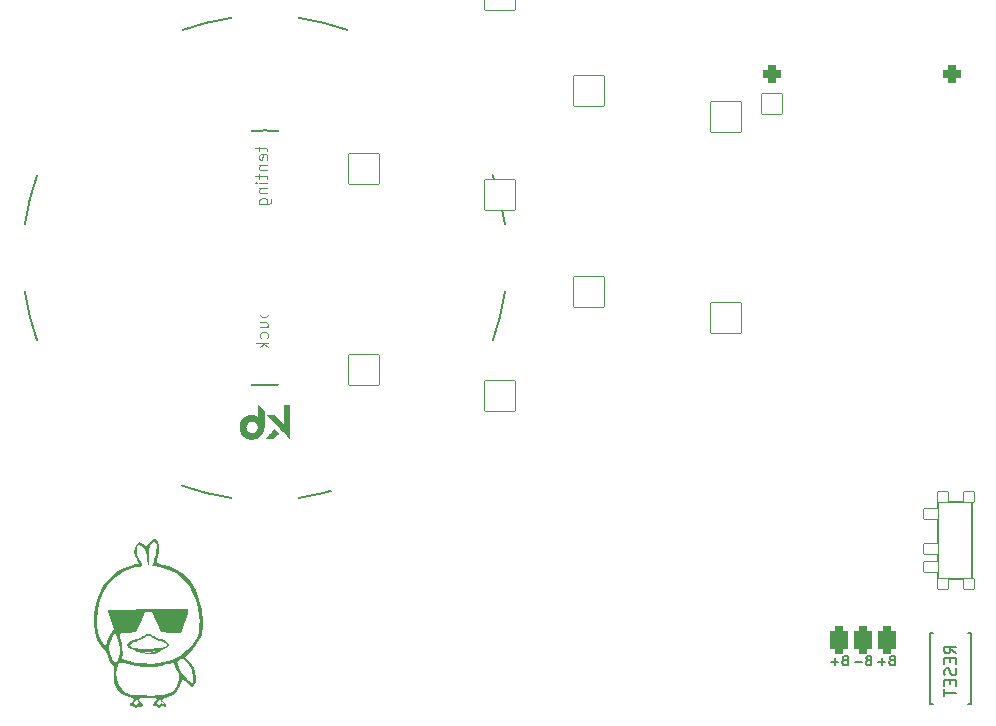
<source format=gbo>
%TF.GenerationSoftware,KiCad,Pcbnew,(6.0.4-0)*%
%TF.CreationDate,2022-04-29T17:53:29+02:00*%
%TF.ProjectId,battamini,62617474-616d-4696-9e69-2e6b69636164,v1.0.0*%
%TF.SameCoordinates,Original*%
%TF.FileFunction,Legend,Bot*%
%TF.FilePolarity,Positive*%
%FSLAX46Y46*%
G04 Gerber Fmt 4.6, Leading zero omitted, Abs format (unit mm)*
G04 Created by KiCad (PCBNEW (6.0.4-0)) date 2022-04-29 17:53:29*
%MOMM*%
%LPD*%
G01*
G04 APERTURE LIST*
G04 Aperture macros list*
%AMRoundRect*
0 Rectangle with rounded corners*
0 $1 Rounding radius*
0 $2 $3 $4 $5 $6 $7 $8 $9 X,Y pos of 4 corners*
0 Add a 4 corners polygon primitive as box body*
4,1,4,$2,$3,$4,$5,$6,$7,$8,$9,$2,$3,0*
0 Add four circle primitives for the rounded corners*
1,1,$1+$1,$2,$3*
1,1,$1+$1,$4,$5*
1,1,$1+$1,$6,$7*
1,1,$1+$1,$8,$9*
0 Add four rect primitives between the rounded corners*
20,1,$1+$1,$2,$3,$4,$5,0*
20,1,$1+$1,$4,$5,$6,$7,0*
20,1,$1+$1,$6,$7,$8,$9,0*
20,1,$1+$1,$8,$9,$2,$3,0*%
G04 Aperture macros list end*
%ADD10C,0.100000*%
%ADD11C,0.150000*%
%ADD12C,0.200000*%
%ADD13C,0.010000*%
%ADD14RoundRect,0.375000X-0.375000X-0.750000X0.375000X-0.750000X0.375000X0.750000X-0.375000X0.750000X0*%
%ADD15R,1.752600X1.752600*%
%ADD16C,1.752600*%
%ADD17RoundRect,0.375000X-0.375000X-0.375000X0.375000X-0.375000X0.375000X0.375000X-0.375000X0.375000X0*%
%ADD18C,4.500000*%
%ADD19RoundRect,0.425000X-0.375000X-0.750000X0.375000X-0.750000X0.375000X0.750000X-0.375000X0.750000X0*%
%ADD20C,2.100000*%
%ADD21C,3.100000*%
%ADD22C,1.801800*%
%ADD23C,3.529000*%
%ADD24RoundRect,0.050000X-1.054507X-1.505993X1.505993X-1.054507X1.054507X1.505993X-1.505993X1.054507X0*%
%ADD25C,2.132000*%
%ADD26RoundRect,0.050000X-1.181751X-1.408356X1.408356X-1.181751X1.181751X1.408356X-1.408356X1.181751X0*%
%ADD27RoundRect,0.050000X-1.300000X-1.300000X1.300000X-1.300000X1.300000X1.300000X-1.300000X1.300000X0*%
%ADD28RoundRect,0.050000X-1.775833X-0.475833X0.475833X-1.775833X1.775833X0.475833X-0.475833X1.775833X0*%
%ADD29RoundRect,0.050000X-0.450000X0.450000X-0.450000X-0.450000X0.450000X-0.450000X0.450000X0.450000X0*%
%ADD30C,1.100000*%
%ADD31RoundRect,0.050000X-0.625000X0.450000X-0.625000X-0.450000X0.625000X-0.450000X0.625000X0.450000X0*%
%ADD32RoundRect,0.050000X-0.863113X-1.623279X1.623279X-0.863113X0.863113X1.623279X-1.623279X0.863113X0*%
%ADD33RoundRect,0.050000X-1.592168X-0.919239X0.919239X-1.592168X1.592168X0.919239X-0.919239X1.592168X0*%
%ADD34RoundRect,0.050000X-0.876300X0.876300X-0.876300X-0.876300X0.876300X-0.876300X0.876300X0.876300X0*%
%ADD35C,1.852600*%
%ADD36RoundRect,0.425000X-0.375000X-0.375000X0.375000X-0.375000X0.375000X0.375000X-0.375000X0.375000X0*%
G04 APERTURE END LIST*
D10*
%TO.C,REF\u002A\u002A*%
X103314965Y97560620D02*
X103314965Y97179667D01*
X102981631Y97417762D02*
X103838774Y97417762D01*
X103934012Y97370143D01*
X103981631Y97274905D01*
X103981631Y97179667D01*
X103934012Y96465381D02*
X103981631Y96560620D01*
X103981631Y96751096D01*
X103934012Y96846334D01*
X103838774Y96893953D01*
X103457822Y96893953D01*
X103362584Y96846334D01*
X103314965Y96751096D01*
X103314965Y96560620D01*
X103362584Y96465381D01*
X103457822Y96417762D01*
X103553060Y96417762D01*
X103648298Y96893953D01*
X103314965Y95989191D02*
X103981631Y95989191D01*
X103410203Y95989191D02*
X103362584Y95941572D01*
X103314965Y95846334D01*
X103314965Y95703477D01*
X103362584Y95608239D01*
X103457822Y95560620D01*
X103981631Y95560620D01*
X103314965Y95227286D02*
X103314965Y94846334D01*
X102981631Y95084429D02*
X103838774Y95084429D01*
X103934012Y95036810D01*
X103981631Y94941572D01*
X103981631Y94846334D01*
X103981631Y94513000D02*
X103314965Y94513000D01*
X102981631Y94513000D02*
X103029251Y94560620D01*
X103076870Y94513000D01*
X103029251Y94465381D01*
X102981631Y94513000D01*
X103076870Y94513000D01*
X103314965Y94036810D02*
X103981631Y94036810D01*
X103410203Y94036810D02*
X103362584Y93989191D01*
X103314965Y93893953D01*
X103314965Y93751096D01*
X103362584Y93655858D01*
X103457822Y93608239D01*
X103981631Y93608239D01*
X103314965Y92703477D02*
X104124489Y92703477D01*
X104219727Y92751096D01*
X104267346Y92798715D01*
X104314965Y92893953D01*
X104314965Y93036810D01*
X104267346Y93132048D01*
X103934012Y92703477D02*
X103981631Y92798715D01*
X103981631Y92989191D01*
X103934012Y93084429D01*
X103886393Y93132048D01*
X103791155Y93179667D01*
X103505441Y93179667D01*
X103410203Y93132048D01*
X103362584Y93084429D01*
X103314965Y92989191D01*
X103314965Y92798715D01*
X103362584Y92703477D01*
X103378465Y83606620D02*
X104378465Y83606620D01*
X103426084Y83606620D02*
X103378465Y83511381D01*
X103378465Y83320905D01*
X103426084Y83225667D01*
X103473703Y83178048D01*
X103568941Y83130429D01*
X103854655Y83130429D01*
X103949893Y83178048D01*
X103997512Y83225667D01*
X104045131Y83320905D01*
X104045131Y83511381D01*
X103997512Y83606620D01*
X103378465Y82273286D02*
X104045131Y82273286D01*
X103378465Y82701858D02*
X103902274Y82701858D01*
X103997512Y82654239D01*
X104045131Y82559000D01*
X104045131Y82416143D01*
X103997512Y82320905D01*
X103949893Y82273286D01*
X103997512Y81368524D02*
X104045131Y81463762D01*
X104045131Y81654239D01*
X103997512Y81749477D01*
X103949893Y81797096D01*
X103854655Y81844715D01*
X103568941Y81844715D01*
X103473703Y81797096D01*
X103426084Y81749477D01*
X103378465Y81654239D01*
X103378465Y81463762D01*
X103426084Y81368524D01*
X104045131Y80939953D02*
X103045131Y80939953D01*
X103664179Y80844715D02*
X104045131Y80559000D01*
X103378465Y80559000D02*
X103759417Y80939953D01*
D11*
%TO.C,PAD1*%
X156849182Y54073625D02*
X156734896Y54035530D01*
X156696801Y53997435D01*
X156658706Y53921244D01*
X156658706Y53806959D01*
X156696801Y53730768D01*
X156734896Y53692673D01*
X156811087Y53654578D01*
X157115848Y53654578D01*
X157115848Y54454578D01*
X156849182Y54454578D01*
X156772991Y54416483D01*
X156734896Y54378387D01*
X156696801Y54302197D01*
X156696801Y54226006D01*
X156734896Y54149816D01*
X156772991Y54111721D01*
X156849182Y54073625D01*
X157115848Y54073625D01*
X156315848Y53959340D02*
X155706325Y53959340D01*
X156011087Y53654578D02*
X156011087Y54264102D01*
X152849182Y54073625D02*
X152734896Y54035530D01*
X152696801Y53997435D01*
X152658706Y53921244D01*
X152658706Y53806959D01*
X152696801Y53730768D01*
X152734896Y53692673D01*
X152811087Y53654578D01*
X153115848Y53654578D01*
X153115848Y54454578D01*
X152849182Y54454578D01*
X152772991Y54416483D01*
X152734896Y54378387D01*
X152696801Y54302197D01*
X152696801Y54226006D01*
X152734896Y54149816D01*
X152772991Y54111721D01*
X152849182Y54073625D01*
X153115848Y54073625D01*
X152315848Y53959340D02*
X151706325Y53959340D01*
X152011087Y53654578D02*
X152011087Y54264102D01*
X154849182Y54073625D02*
X154734896Y54035530D01*
X154696801Y53997435D01*
X154658706Y53921244D01*
X154658706Y53806959D01*
X154696801Y53730768D01*
X154734896Y53692673D01*
X154811087Y53654578D01*
X155115848Y53654578D01*
X155115848Y54454578D01*
X154849182Y54454578D01*
X154772991Y54416483D01*
X154734896Y54378387D01*
X154696801Y54302197D01*
X154696801Y54226006D01*
X154734896Y54149816D01*
X154772991Y54111721D01*
X154849182Y54073625D01*
X155115848Y54073625D01*
X154315848Y53959340D02*
X153706325Y53959340D01*
%TO.C,B1*%
X162302380Y54665380D02*
X161826190Y54998714D01*
X162302380Y55236809D02*
X161302380Y55236809D01*
X161302380Y54855857D01*
X161350000Y54760619D01*
X161397619Y54713000D01*
X161492857Y54665380D01*
X161635714Y54665380D01*
X161730952Y54713000D01*
X161778571Y54760619D01*
X161826190Y54855857D01*
X161826190Y55236809D01*
X161778571Y54236809D02*
X161778571Y53903476D01*
X162302380Y53760619D02*
X162302380Y54236809D01*
X161302380Y54236809D01*
X161302380Y53760619D01*
X162254761Y53379666D02*
X162302380Y53236809D01*
X162302380Y52998714D01*
X162254761Y52903476D01*
X162207142Y52855857D01*
X162111904Y52808238D01*
X162016666Y52808238D01*
X161921428Y52855857D01*
X161873809Y52903476D01*
X161826190Y52998714D01*
X161778571Y53189190D01*
X161730952Y53284428D01*
X161683333Y53332047D01*
X161588095Y53379666D01*
X161492857Y53379666D01*
X161397619Y53332047D01*
X161350000Y53284428D01*
X161302380Y53189190D01*
X161302380Y52951095D01*
X161350000Y52808238D01*
X161778571Y52379666D02*
X161778571Y52046333D01*
X162302380Y51903476D02*
X162302380Y52379666D01*
X161302380Y52379666D01*
X161302380Y51903476D01*
X161302380Y51617761D02*
X161302380Y51046333D01*
X162302380Y51332047D02*
X161302380Y51332047D01*
D12*
%TO.C,REF\u002A\u002A*%
X106640751Y67819120D02*
G75*
G03*
X110791296Y68852985I-2857506J20320019D01*
G01*
X103783251Y98934120D02*
G75*
G03*
X102654866Y98874984I-6J-10794921D01*
G01*
X83463250Y85281620D02*
G75*
G03*
X84497116Y81131074I20320001J2857500D01*
G01*
X104911636Y98874983D02*
G75*
G03*
X103783251Y98934120I-1128385J-10735763D01*
G01*
X100925751Y108459121D02*
G75*
G03*
X96775205Y107425255I2857500J-20320001D01*
G01*
X103783251Y77344119D02*
G75*
G03*
X104911636Y77403256I0J10794901D01*
G01*
X123069385Y81131072D02*
G75*
G03*
X124103251Y85281620I-19286134J7008048D01*
G01*
X102654866Y77403256D02*
G75*
G03*
X103783251Y77344120I1128379J10735785D01*
G01*
X84497116Y95147164D02*
G75*
G03*
X83463251Y90996620I19286255J-7008074D01*
G01*
X96775206Y68852985D02*
G75*
G03*
X100925751Y67819120I7008045J19286135D01*
G01*
X124103251Y90996620D02*
G75*
G03*
X123069385Y95147168I-20320000J-2857500D01*
G01*
X110791300Y107425253D02*
G75*
G03*
X106640751Y108459120I-7008049J-19286133D01*
G01*
G36*
X103660968Y73708756D02*
G01*
X103658355Y73680361D01*
X103649486Y73633911D01*
X103611933Y73506751D01*
X103556767Y73380888D01*
X103487075Y73262706D01*
X103405944Y73158586D01*
X103397550Y73149420D01*
X103289238Y73049094D01*
X103166818Y72965097D01*
X103033645Y72899118D01*
X102893077Y72852843D01*
X102748469Y72827962D01*
X102648223Y72823479D01*
X102499802Y72834878D01*
X102356383Y72867131D01*
X102220147Y72919154D01*
X102093272Y72989868D01*
X101977939Y73078190D01*
X101876326Y73183039D01*
X101790614Y73303332D01*
X101733359Y73410251D01*
X101680214Y73549487D01*
X101648858Y73694051D01*
X101642354Y73790415D01*
X102137593Y73790415D01*
X102137875Y73785125D01*
X102142193Y73729822D01*
X102149550Y73687530D01*
X102162195Y73648922D01*
X102182376Y73604676D01*
X102203864Y73566349D01*
X102245349Y73507555D01*
X102293406Y73452099D01*
X102342729Y73405905D01*
X102388015Y73374901D01*
X102404182Y73367125D01*
X102445087Y73349765D01*
X102488084Y73333679D01*
X102560911Y73314391D01*
X102664612Y73305870D01*
X102766153Y73318664D01*
X102862939Y73351796D01*
X102952371Y73404289D01*
X103031852Y73475166D01*
X103098786Y73563449D01*
X103127440Y73617594D01*
X103157872Y73711613D01*
X103168444Y73809162D01*
X103160138Y73907110D01*
X103133936Y74002323D01*
X103090823Y74091670D01*
X103031780Y74172016D01*
X102957790Y74240230D01*
X102869838Y74293179D01*
X102855835Y74299465D01*
X102757489Y74330090D01*
X102656137Y74340272D01*
X102555233Y74330952D01*
X102458234Y74303074D01*
X102368598Y74257578D01*
X102289781Y74195408D01*
X102225239Y74117504D01*
X102207469Y74088975D01*
X102163817Y73995552D01*
X102140961Y73897660D01*
X102137593Y73790415D01*
X101642354Y73790415D01*
X101638567Y73846529D01*
X101642128Y73936199D01*
X101664809Y74086478D01*
X101707561Y74228447D01*
X101769371Y74360432D01*
X101849229Y74480757D01*
X101946123Y74587746D01*
X102059043Y74679726D01*
X102186976Y74755019D01*
X102256827Y74787658D01*
X102331965Y74816875D01*
X102403617Y74836367D01*
X102480100Y74848304D01*
X102569735Y74854856D01*
X102587547Y74855524D01*
X102726748Y74849086D01*
X102857131Y74821410D01*
X102979347Y74772306D01*
X103094044Y74701584D01*
X103118178Y74684382D01*
X103143024Y74668039D01*
X103155455Y74661725D01*
X103156363Y74665755D01*
X103157812Y74689562D01*
X103159139Y74732685D01*
X103160308Y74792760D01*
X103161284Y74867422D01*
X103162034Y74954308D01*
X103162523Y75051053D01*
X103162715Y75155293D01*
X103162863Y75648861D01*
X103670567Y75138835D01*
X103670480Y74447121D01*
X103670477Y74435385D01*
X103670216Y74284911D01*
X103669552Y74147639D01*
X103668508Y74024983D01*
X103667105Y73918354D01*
X103665366Y73829165D01*
X103664782Y73809162D01*
X103663313Y73758828D01*
X103660968Y73708756D01*
G37*
D13*
X103660968Y73708756D02*
X103658355Y73680361D01*
X103649486Y73633911D01*
X103611933Y73506751D01*
X103556767Y73380888D01*
X103487075Y73262706D01*
X103405944Y73158586D01*
X103397550Y73149420D01*
X103289238Y73049094D01*
X103166818Y72965097D01*
X103033645Y72899118D01*
X102893077Y72852843D01*
X102748469Y72827962D01*
X102648223Y72823479D01*
X102499802Y72834878D01*
X102356383Y72867131D01*
X102220147Y72919154D01*
X102093272Y72989868D01*
X101977939Y73078190D01*
X101876326Y73183039D01*
X101790614Y73303332D01*
X101733359Y73410251D01*
X101680214Y73549487D01*
X101648858Y73694051D01*
X101642354Y73790415D01*
X102137593Y73790415D01*
X102137875Y73785125D01*
X102142193Y73729822D01*
X102149550Y73687530D01*
X102162195Y73648922D01*
X102182376Y73604676D01*
X102203864Y73566349D01*
X102245349Y73507555D01*
X102293406Y73452099D01*
X102342729Y73405905D01*
X102388015Y73374901D01*
X102404182Y73367125D01*
X102445087Y73349765D01*
X102488084Y73333679D01*
X102560911Y73314391D01*
X102664612Y73305870D01*
X102766153Y73318664D01*
X102862939Y73351796D01*
X102952371Y73404289D01*
X103031852Y73475166D01*
X103098786Y73563449D01*
X103127440Y73617594D01*
X103157872Y73711613D01*
X103168444Y73809162D01*
X103160138Y73907110D01*
X103133936Y74002323D01*
X103090823Y74091670D01*
X103031780Y74172016D01*
X102957790Y74240230D01*
X102869838Y74293179D01*
X102855835Y74299465D01*
X102757489Y74330090D01*
X102656137Y74340272D01*
X102555233Y74330952D01*
X102458234Y74303074D01*
X102368598Y74257578D01*
X102289781Y74195408D01*
X102225239Y74117504D01*
X102207469Y74088975D01*
X102163817Y73995552D01*
X102140961Y73897660D01*
X102137593Y73790415D01*
X101642354Y73790415D01*
X101638567Y73846529D01*
X101642128Y73936199D01*
X101664809Y74086478D01*
X101707561Y74228447D01*
X101769371Y74360432D01*
X101849229Y74480757D01*
X101946123Y74587746D01*
X102059043Y74679726D01*
X102186976Y74755019D01*
X102256827Y74787658D01*
X102331965Y74816875D01*
X102403617Y74836367D01*
X102480100Y74848304D01*
X102569735Y74854856D01*
X102587547Y74855524D01*
X102726748Y74849086D01*
X102857131Y74821410D01*
X102979347Y74772306D01*
X103094044Y74701584D01*
X103118178Y74684382D01*
X103143024Y74668039D01*
X103155455Y74661725D01*
X103156363Y74665755D01*
X103157812Y74689562D01*
X103159139Y74732685D01*
X103160308Y74792760D01*
X103161284Y74867422D01*
X103162034Y74954308D01*
X103162523Y75051053D01*
X103162715Y75155293D01*
X103162863Y75648861D01*
X103670567Y75138835D01*
X103670480Y74447121D01*
X103670477Y74435385D01*
X103670216Y74284911D01*
X103669552Y74147639D01*
X103668508Y74024983D01*
X103667105Y73918354D01*
X103665366Y73829165D01*
X103664782Y73809162D01*
X103663313Y73758828D01*
X103660968Y73708756D01*
G36*
X105864203Y72912764D02*
G01*
X105773359Y73005040D01*
X105759578Y73019036D01*
X105727717Y73051389D01*
X105681770Y73098043D01*
X105622954Y73157761D01*
X105552487Y73229306D01*
X105471588Y73311443D01*
X105381473Y73402936D01*
X105283361Y73502547D01*
X105178469Y73609040D01*
X105068015Y73721180D01*
X104953216Y73837729D01*
X104835291Y73957452D01*
X103988067Y74817589D01*
X104276435Y74820682D01*
X104564803Y74823776D01*
X105367749Y74021076D01*
X105367749Y75654634D01*
X105864203Y75654634D01*
X105864203Y72912764D01*
G37*
X105864203Y72912764D02*
X105773359Y73005040D01*
X105759578Y73019036D01*
X105727717Y73051389D01*
X105681770Y73098043D01*
X105622954Y73157761D01*
X105552487Y73229306D01*
X105471588Y73311443D01*
X105381473Y73402936D01*
X105283361Y73502547D01*
X105178469Y73609040D01*
X105068015Y73721180D01*
X104953216Y73837729D01*
X104835291Y73957452D01*
X103988067Y74817589D01*
X104276435Y74820682D01*
X104564803Y74823776D01*
X105367749Y74021076D01*
X105367749Y75654634D01*
X105864203Y75654634D01*
X105864203Y72912764D01*
G36*
X104570435Y73622451D02*
G01*
X104582664Y73612403D01*
X104608146Y73588783D01*
X104644293Y73554070D01*
X104688517Y73510745D01*
X104738230Y73461290D01*
X104899265Y73299946D01*
X104865383Y73262131D01*
X104862206Y73258639D01*
X104840338Y73235430D01*
X104805992Y73199684D01*
X104762176Y73154504D01*
X104711893Y73102991D01*
X104658151Y73048248D01*
X104484801Y72872179D01*
X103864787Y72872179D01*
X103893088Y72905814D01*
X103895381Y72908505D01*
X103916049Y72931734D01*
X103948807Y72967574D01*
X103991667Y73013919D01*
X104042639Y73068662D01*
X104099735Y73129697D01*
X104160965Y73194916D01*
X104224340Y73262214D01*
X104287873Y73329484D01*
X104349572Y73394619D01*
X104407451Y73455513D01*
X104459518Y73510059D01*
X104503787Y73556151D01*
X104538266Y73591682D01*
X104560969Y73614545D01*
X104569904Y73622634D01*
X104570435Y73622451D01*
G37*
X104570435Y73622451D02*
X104582664Y73612403D01*
X104608146Y73588783D01*
X104644293Y73554070D01*
X104688517Y73510745D01*
X104738230Y73461290D01*
X104899265Y73299946D01*
X104865383Y73262131D01*
X104862206Y73258639D01*
X104840338Y73235430D01*
X104805992Y73199684D01*
X104762176Y73154504D01*
X104711893Y73102991D01*
X104658151Y73048248D01*
X104484801Y72872179D01*
X103864787Y72872179D01*
X103893088Y72905814D01*
X103895381Y72908505D01*
X103916049Y72931734D01*
X103948807Y72967574D01*
X103991667Y73013919D01*
X104042639Y73068662D01*
X104099735Y73129697D01*
X104160965Y73194916D01*
X104224340Y73262214D01*
X104287873Y73329484D01*
X104349572Y73394619D01*
X104407451Y73455513D01*
X104459518Y73510059D01*
X104503787Y73556151D01*
X104538266Y73591682D01*
X104560969Y73614545D01*
X104569904Y73622634D01*
X104570435Y73622451D01*
D11*
%TO.C,B1*%
X160100000Y56340000D02*
X160350000Y56340000D01*
X160100000Y50340000D02*
X160100000Y56340000D01*
X163600000Y50340000D02*
X163350000Y50340000D01*
X163350000Y56340000D02*
X163600000Y56340000D01*
X163600000Y56340000D02*
X163600000Y50340000D01*
X160350000Y50340000D02*
X160100000Y50340000D01*
%TO.C,T2*%
X163637367Y62262667D02*
X163637367Y66162667D01*
X160787367Y60912667D02*
X163637367Y60912667D01*
X163637367Y67512667D02*
X160787367Y67512667D01*
X160787367Y67512667D02*
X160787367Y60912667D01*
X163637367Y64212667D02*
X163637367Y67512667D01*
X163637367Y64212667D02*
X163637367Y60912667D01*
%TO.C,G\u002A\u002A\u002A*%
G36*
X94630151Y54707570D02*
G01*
X94396858Y54643258D01*
X94146747Y54624050D01*
X93810667Y54635225D01*
X93526219Y54656367D01*
X93256312Y54699910D01*
X93120476Y54741218D01*
X93661943Y54741218D01*
X93712212Y54724332D01*
X93895333Y54717727D01*
X94019582Y54720197D01*
X94125956Y54733481D01*
X94085833Y54754419D01*
X93951551Y54768426D01*
X93704833Y54754419D01*
X93661943Y54741218D01*
X93120476Y54741218D01*
X92994058Y54779662D01*
X92876275Y54830486D01*
X94341597Y54830486D01*
X94342908Y54801584D01*
X94452722Y54786018D01*
X94535945Y54799576D01*
X94503875Y54837170D01*
X94454914Y54850698D01*
X94341597Y54830486D01*
X92876275Y54830486D01*
X92687996Y54911729D01*
X92286667Y55112217D01*
X92208282Y55183879D01*
X92132425Y55360900D01*
X92132991Y55368759D01*
X92339283Y55368759D01*
X92397983Y55253540D01*
X92625333Y55143946D01*
X92847118Y55090411D01*
X93223604Y55048327D01*
X93664575Y55034937D01*
X94131166Y55047895D01*
X94584513Y55084850D01*
X94985752Y55143456D01*
X95296017Y55221363D01*
X95476445Y55316223D01*
X95492870Y55337106D01*
X95467648Y55440963D01*
X95285368Y55554542D01*
X94955354Y55671486D01*
X94780003Y55729272D01*
X94492971Y55850367D01*
X94290142Y55968931D01*
X94063133Y56096450D01*
X93778078Y56113650D01*
X93516467Y55966671D01*
X93392165Y55880634D01*
X93135190Y55755590D01*
X92833677Y55645696D01*
X92725675Y55610865D01*
X92448694Y55488302D01*
X92339283Y55368759D01*
X92132991Y55368759D01*
X92140521Y55473243D01*
X92240681Y55587134D01*
X92471092Y55710227D01*
X92577253Y55755334D01*
X92833403Y55842614D01*
X93021004Y55878141D01*
X93048079Y55880318D01*
X93244595Y55951562D01*
X93456560Y56091667D01*
X93505819Y56131487D01*
X93779808Y56277658D01*
X94047205Y56267960D01*
X94345483Y56102867D01*
X94364727Y56089006D01*
X94645319Y55941058D01*
X94941455Y55852737D01*
X95061155Y55830092D01*
X95379092Y55717187D01*
X95594233Y55556210D01*
X95673333Y55369127D01*
X95669109Y55337106D01*
X95668339Y55331266D01*
X95588156Y55214183D01*
X95392697Y55076498D01*
X95059500Y54901081D01*
X94915777Y54831706D01*
X94841849Y54799576D01*
X94689770Y54733481D01*
X94630151Y54707570D01*
G37*
G36*
X97799442Y51985333D02*
G01*
X97620028Y51773667D01*
X97429847Y51994905D01*
X97238073Y52186204D01*
X97023991Y52353234D01*
X96808316Y52490324D01*
X96707046Y52111686D01*
X96629659Y51887333D01*
X96366231Y51462822D01*
X95994214Y51144981D01*
X95540861Y50960708D01*
X95290623Y50892245D01*
X95117737Y50798440D01*
X95105769Y50691711D01*
X95250000Y50565649D01*
X95352742Y50466672D01*
X95378027Y50400075D01*
X95419333Y50291283D01*
X95407101Y50168285D01*
X95337061Y50132079D01*
X95168231Y50205783D01*
X95044914Y50243962D01*
X94964787Y50163450D01*
X94913787Y50081950D01*
X94793044Y50046823D01*
X94691542Y50155644D01*
X94639140Y50215602D01*
X94482532Y50230436D01*
X94399061Y50222079D01*
X94322767Y50286006D01*
X94347863Y50399653D01*
X94516775Y50399653D01*
X94588529Y50406426D01*
X94675489Y50412391D01*
X94770055Y50308474D01*
X94782357Y50267625D01*
X94819397Y50234979D01*
X94870367Y50357285D01*
X94882796Y50393841D01*
X94950581Y50494172D01*
X95050721Y50451053D01*
X95122415Y50405425D01*
X95216964Y50400075D01*
X95205574Y50453346D01*
X95087918Y50542119D01*
X94978257Y50630734D01*
X94904649Y50781812D01*
X94890157Y50872713D01*
X94852119Y50800000D01*
X94777115Y50677619D01*
X94625970Y50516952D01*
X94578370Y50474588D01*
X94516775Y50399653D01*
X94347863Y50399653D01*
X94352613Y50421165D01*
X94488000Y50588333D01*
X94600721Y50708613D01*
X94657333Y50813122D01*
X94638058Y50829097D01*
X94491057Y50857605D01*
X94230892Y50877310D01*
X93895333Y50884667D01*
X93500743Y50875436D01*
X93243987Y50841712D01*
X93133063Y50776462D01*
X93156460Y50672668D01*
X93302667Y50523312D01*
X93412249Y50398914D01*
X93435969Y50339995D01*
X93472000Y50250496D01*
X93416192Y50147763D01*
X93289393Y50129312D01*
X93172536Y50212400D01*
X93114992Y50241809D01*
X93003905Y50148900D01*
X92993052Y50134460D01*
X92887871Y50046615D01*
X92783433Y50101500D01*
X92715286Y50151084D01*
X92523733Y50207333D01*
X92469490Y50213637D01*
X92380726Y50295190D01*
X92401931Y50411615D01*
X92582325Y50411615D01*
X92641196Y50409547D01*
X92727380Y50413538D01*
X92813434Y50308474D01*
X92825393Y50257281D01*
X92862678Y50220838D01*
X92937544Y50330334D01*
X92972231Y50386915D01*
X93058980Y50448307D01*
X93188640Y50375229D01*
X93250894Y50330200D01*
X93265299Y50339995D01*
X93165277Y50463896D01*
X93025462Y50647764D01*
X92939127Y50800000D01*
X92938865Y50800718D01*
X92900071Y50877530D01*
X92886018Y50789160D01*
X92832576Y50660603D01*
X92688833Y50509234D01*
X92669500Y50494616D01*
X92582325Y50411615D01*
X92401931Y50411615D01*
X92405276Y50429982D01*
X92540667Y50565649D01*
X92631006Y50631564D01*
X92701167Y50756732D01*
X92606699Y50856951D01*
X92350167Y50927352D01*
X92337828Y50929377D01*
X91861255Y51091629D01*
X91460784Y51391861D01*
X91171089Y51804285D01*
X91087814Y51998086D01*
X91023345Y52239840D01*
X90993408Y52536258D01*
X90988903Y52944280D01*
X90988860Y52981843D01*
X91209666Y52981843D01*
X91243855Y52458080D01*
X91403259Y51986486D01*
X91675834Y51597674D01*
X92049535Y51322256D01*
X92087740Y51303624D01*
X92276097Y51225150D01*
X92480546Y51170693D01*
X92739395Y51134516D01*
X93090955Y51110884D01*
X93573535Y51094059D01*
X94144697Y51085675D01*
X94763194Y51103676D01*
X95251581Y51160229D01*
X95630819Y51261432D01*
X95921870Y51413383D01*
X96145694Y51622178D01*
X96323254Y51893915D01*
X96424529Y52130475D01*
X96506471Y52510221D01*
X96495436Y52859890D01*
X96388576Y53125717D01*
X96373639Y53146821D01*
X96266099Y53356554D01*
X96176048Y53613628D01*
X96118673Y53792155D01*
X96046930Y53880658D01*
X95944947Y53858602D01*
X95924596Y53849158D01*
X95746335Y53789770D01*
X95464680Y53713483D01*
X95130784Y53634382D01*
X95065628Y53620603D01*
X94366584Y53533659D01*
X93602673Y53530520D01*
X92846225Y53608041D01*
X92169571Y53763080D01*
X91877909Y53846803D01*
X91618710Y53880246D01*
X91452449Y53816468D01*
X91344247Y53638916D01*
X91259226Y53331036D01*
X91209666Y52981843D01*
X90988860Y52981843D01*
X90988570Y53237704D01*
X90973264Y53515229D01*
X90937135Y53672581D01*
X90876186Y53737889D01*
X90832845Y53765392D01*
X90703348Y53921409D01*
X90570098Y54152370D01*
X90466010Y54396190D01*
X90424000Y54590787D01*
X90417492Y54631718D01*
X90326503Y54805426D01*
X90162447Y54996326D01*
X90006162Y55166417D01*
X90623034Y55166417D01*
X90677891Y54610457D01*
X90712798Y54490235D01*
X90833625Y54214049D01*
X90973471Y54018144D01*
X91171612Y53832000D01*
X91324621Y54065520D01*
X91331980Y54077211D01*
X91424587Y54337259D01*
X91472045Y54698011D01*
X91473874Y55100552D01*
X91429593Y55485965D01*
X91338723Y55795333D01*
X91324513Y55826852D01*
X91220312Y56070303D01*
X91146909Y56261000D01*
X91133108Y56298654D01*
X91086548Y56353984D01*
X91015508Y56294714D01*
X90892074Y56103603D01*
X90715494Y55709602D01*
X90623034Y55166417D01*
X90006162Y55166417D01*
X89931662Y55247498D01*
X89586687Y55808695D01*
X89368912Y56467274D01*
X89280310Y57211605D01*
X89291634Y57429453D01*
X89577333Y57429453D01*
X89591598Y56996053D01*
X89672256Y56449611D01*
X89836742Y55973902D01*
X90099358Y55516515D01*
X90311877Y55203765D01*
X90454579Y55717039D01*
X90512624Y55897483D01*
X90660243Y56225386D01*
X90822024Y56455054D01*
X91046766Y56679797D01*
X90767747Y57469373D01*
X90690937Y57692082D01*
X90594480Y57991971D01*
X90535123Y58204433D01*
X90523469Y58293691D01*
X90533327Y58296156D01*
X90669931Y58305891D01*
X90952109Y58317554D01*
X91361589Y58330639D01*
X91880102Y58344643D01*
X92489378Y58359060D01*
X93171145Y58373386D01*
X93907135Y58387118D01*
X94795177Y58401149D01*
X95579608Y58409805D01*
X96208620Y58411980D01*
X96689312Y58407606D01*
X97028786Y58396614D01*
X97234143Y58378938D01*
X97312483Y58354508D01*
X97307050Y58248229D01*
X97249196Y58017387D01*
X97148276Y57697411D01*
X97014266Y57322808D01*
X96659625Y56382404D01*
X95807568Y56406369D01*
X94955512Y56430333D01*
X94261764Y58123667D01*
X93601220Y58123667D01*
X93254393Y57277000D01*
X92907567Y56430333D01*
X92164569Y56405736D01*
X92121125Y56404380D01*
X91791435Y56396045D01*
X91586381Y56374134D01*
X91487795Y56308177D01*
X91477510Y56167705D01*
X91537359Y55922247D01*
X91649173Y55541333D01*
X91717659Y55233477D01*
X91720290Y55100552D01*
X91729460Y54637344D01*
X91676032Y54199020D01*
X92256516Y54013069D01*
X92381603Y53976360D01*
X92909152Y53870313D01*
X93513967Y53806463D01*
X94136441Y53787253D01*
X94716969Y53815128D01*
X95195943Y53892532D01*
X95246688Y53909326D01*
X96351494Y53909326D01*
X96390368Y53730301D01*
X96518490Y53441811D01*
X96708946Y53115634D01*
X96933603Y52799169D01*
X97164329Y52539817D01*
X97196620Y52510221D01*
X97369582Y52351693D01*
X97543381Y52209176D01*
X97635814Y52154667D01*
X97659990Y52167971D01*
X97696983Y52296558D01*
X97704551Y52522068D01*
X97685264Y52795410D01*
X97641694Y53067490D01*
X97576409Y53289213D01*
X97523846Y53397075D01*
X97350897Y53671777D01*
X97145022Y53932562D01*
X96977735Y54111678D01*
X96854785Y54204283D01*
X96744974Y54207257D01*
X96596613Y54140169D01*
X96584045Y54133534D01*
X96419054Y54015990D01*
X96351494Y53909326D01*
X95246688Y53909326D01*
X95885072Y54120600D01*
X96577636Y54472478D01*
X97178727Y54912535D01*
X97663451Y55422255D01*
X98006911Y55983122D01*
X98086050Y56163499D01*
X98172071Y56405438D01*
X98220933Y56648424D01*
X98242355Y56948489D01*
X98246059Y57361667D01*
X98233847Y57779333D01*
X98144551Y58506649D01*
X97955106Y59186223D01*
X97649351Y59886437D01*
X97444161Y60251778D01*
X96969924Y60864119D01*
X96392712Y61346115D01*
X95704860Y61703495D01*
X94898703Y61941985D01*
X94848022Y61952616D01*
X94556096Y62016566D01*
X94344460Y62067479D01*
X94255967Y62095145D01*
X94253630Y62102716D01*
X94279213Y62214187D01*
X94350757Y62407500D01*
X94426846Y62619207D01*
X94524172Y62978858D01*
X94595789Y63347712D01*
X94631429Y63669494D01*
X94620827Y63887926D01*
X94559249Y64018007D01*
X94397400Y64092667D01*
X94368545Y64090770D01*
X94202876Y63985839D01*
X94080976Y63726886D01*
X94005724Y63322946D01*
X93980000Y62783053D01*
X93973060Y62468386D01*
X93951015Y62210475D01*
X93920090Y62080986D01*
X93886732Y62089934D01*
X93857386Y62247336D01*
X93838501Y62563209D01*
X93811962Y62865990D01*
X93708895Y63278090D01*
X93543192Y63593086D01*
X93329296Y63776561D01*
X93236143Y63809953D01*
X93059528Y63789447D01*
X92955656Y63620138D01*
X92921667Y63298676D01*
X92969683Y62962479D01*
X93147334Y62640621D01*
X93284157Y62452524D01*
X93395912Y62237979D01*
X93371634Y62097781D01*
X93200337Y62003552D01*
X92871037Y61926916D01*
X92514894Y61842944D01*
X91790956Y61553262D01*
X91153053Y61128956D01*
X90610423Y60582637D01*
X90172300Y59926916D01*
X89847920Y59174405D01*
X89646519Y58337713D01*
X89577333Y57429453D01*
X89291634Y57429453D01*
X89322854Y58030057D01*
X89498516Y58910998D01*
X89714637Y59564422D01*
X90100594Y60336015D01*
X90591518Y60989912D01*
X91178665Y61516989D01*
X91853291Y61908122D01*
X92606652Y62154187D01*
X92820479Y62201611D01*
X93026705Y62250687D01*
X93116352Y62276777D01*
X93113828Y62297299D01*
X93049179Y62420230D01*
X92925852Y62612889D01*
X92787409Y62875491D01*
X92704290Y63251560D01*
X92747669Y63602480D01*
X92917818Y63884849D01*
X93037321Y63996981D01*
X93184764Y64076560D01*
X93334198Y64037237D01*
X93544308Y63878407D01*
X93798941Y63664147D01*
X93910637Y63896498D01*
X94042017Y64082620D01*
X94249381Y64256116D01*
X94383944Y64323239D01*
X94511315Y64328022D01*
X94651548Y64224903D01*
X94749675Y64085694D01*
X94821521Y63771329D01*
X94805796Y63344949D01*
X94701780Y62826604D01*
X94654589Y62630014D01*
X94618996Y62419930D01*
X94623079Y62320699D01*
X94692549Y62291120D01*
X94889183Y62236755D01*
X95159750Y62176064D01*
X95646798Y62044555D01*
X96358391Y61718224D01*
X96980856Y61258241D01*
X97507025Y60675014D01*
X97929730Y59978953D01*
X98241804Y59180466D01*
X98436078Y58289961D01*
X98502260Y57361667D01*
X98505384Y57317846D01*
X98505914Y57062525D01*
X98499961Y56708150D01*
X98478003Y56449785D01*
X98431675Y56240285D01*
X98352614Y56032507D01*
X98232459Y55779309D01*
X97973312Y55341863D01*
X97496756Y54796888D01*
X97038261Y54377850D01*
X97294885Y54134092D01*
X97535219Y53850123D01*
X97752833Y53458525D01*
X97897385Y53036541D01*
X97959553Y52623879D01*
X97951282Y52522068D01*
X97930013Y52260241D01*
X97799442Y51985333D01*
G37*
%TD*%
D14*
%TO.C,PAD1*%
X152411087Y55816483D03*
X156411087Y55816483D03*
X154411087Y55816483D03*
%TD*%
D15*
%TO.C,MCU1*%
X146737213Y101142542D03*
D16*
X146737213Y98602542D03*
X146737213Y96062542D03*
X146737213Y93522542D03*
X146737213Y90982542D03*
X146737213Y88442542D03*
X146737213Y85902542D03*
X146737213Y83362542D03*
X146737213Y80822542D03*
X146737213Y78282542D03*
X146737213Y75742542D03*
X146737213Y73202542D03*
X161977213Y101142542D03*
X161977213Y98602542D03*
X161977213Y96062542D03*
X161977213Y93522542D03*
X161977213Y90982542D03*
X161977213Y88442542D03*
X161977213Y85902542D03*
X161977213Y83362542D03*
X161977213Y80822542D03*
X161977213Y78282542D03*
X161977213Y75742542D03*
X161977213Y73202542D03*
D17*
X146737213Y103682542D03*
X161977213Y103682542D03*
%TD*%
%LPC*%
D18*
%TO.C,REF\u002A\u002A*%
X84733251Y88139120D03*
X103783251Y107189120D03*
X103783251Y69089120D03*
%TD*%
D19*
%TO.C,PAD1*%
X152411087Y55816483D03*
X156411087Y55816483D03*
X154411087Y55816483D03*
%TD*%
D20*
%TO.C,B1*%
X161850000Y50090000D03*
X161850000Y56590000D03*
%TD*%
D21*
%TO.C,S11*%
X75659968Y109306337D03*
X70353903Y110604673D03*
X70353903Y110604673D03*
D22*
X65970667Y103790002D03*
D21*
X65811891Y107569855D03*
D23*
X71387110Y104745067D03*
D22*
X76803553Y105700132D03*
D24*
X67128658Y110035975D03*
X78885213Y109875035D03*
%TD*%
D22*
%TO.C,S34*%
X157191785Y38610213D03*
D23*
X152428645Y41360213D03*
D22*
X147665505Y44110213D03*
D25*
X146198518Y40569316D03*
X154858772Y35569316D03*
X149478645Y36250663D03*
X149478645Y36250663D03*
%TD*%
D23*
%TO.C,S15*%
X94221643Y97114167D03*
D22*
X99700714Y97593524D03*
D21*
X98875782Y101285676D03*
X93703066Y103041525D03*
X93703066Y103041525D03*
X88913835Y100414118D03*
D22*
X88742572Y96634810D03*
D26*
X90440529Y102756090D03*
X102138320Y101571111D03*
%TD*%
D21*
%TO.C,S21*%
X115411087Y95636017D03*
D22*
X109911087Y89686017D03*
D21*
X115411087Y95636017D03*
X120411087Y93436017D03*
D22*
X120911087Y89686017D03*
D21*
X110411087Y93436017D03*
D23*
X115411087Y89686017D03*
D27*
X112136087Y95636017D03*
X123686087Y93436017D03*
%TD*%
D22*
%TO.C,S8*%
X71874705Y70306538D03*
X82707591Y72216668D03*
D23*
X77291148Y71261603D03*
D25*
X73026972Y66651093D03*
X82875050Y68387574D03*
X78315672Y65451237D03*
X78315672Y65451237D03*
%TD*%
D23*
%TO.C,S14*%
X95703291Y80178857D03*
D22*
X101182362Y80658214D03*
X90224220Y79699500D03*
D25*
X91053509Y75957538D03*
X101015456Y76829096D03*
X96217510Y74301308D03*
X96217510Y74301308D03*
%TD*%
D23*
%TO.C,S20*%
X115411087Y72686017D03*
D22*
X109911087Y72686017D03*
X120911087Y72686017D03*
D25*
X120411087Y68886017D03*
X110411087Y68886017D03*
X115411087Y66786017D03*
X115411087Y66786017D03*
%TD*%
D22*
%TO.C,S28*%
X129017334Y79310985D03*
X140017334Y79310985D03*
D23*
X134517334Y79310985D03*
D25*
X129517334Y75510985D03*
X139517334Y75510985D03*
X134517334Y73410985D03*
X134517334Y73410985D03*
%TD*%
D21*
%TO.C,S29*%
X134517334Y102260985D03*
X134517334Y102260985D03*
D22*
X140017334Y96310985D03*
D23*
X134517334Y96310985D03*
D21*
X139517334Y100060985D03*
X129517334Y100060985D03*
D22*
X129017334Y96310985D03*
D27*
X131242334Y102260985D03*
X142792334Y100060985D03*
%TD*%
D23*
%TO.C,S33*%
X152428645Y41360213D03*
D21*
X155403645Y46513064D03*
X149973518Y47107808D03*
D22*
X147665505Y44110213D03*
D21*
X155403645Y46513064D03*
X158633772Y42107808D03*
D22*
X157191785Y38610213D03*
D28*
X152567412Y48150564D03*
X161470005Y40470308D03*
%TD*%
D21*
%TO.C,S7*%
X71715929Y74086391D03*
X81564006Y75822873D03*
X76257941Y77121209D03*
D22*
X71874705Y70306538D03*
D21*
X76257941Y77121209D03*
D22*
X82707591Y72216668D03*
D23*
X77291148Y71261603D03*
D24*
X73032696Y76552511D03*
X84789251Y76391571D03*
%TD*%
D29*
%TO.C,T2*%
X163387367Y60512667D03*
X163387367Y67912667D03*
X161187367Y60512667D03*
X161187367Y67912667D03*
D30*
X162287367Y65712667D03*
X162287367Y62712667D03*
D31*
X160212367Y66462667D03*
X160212367Y63462667D03*
X160212367Y61962667D03*
%TD*%
D23*
%TO.C,S5*%
X52842259Y82729963D03*
D22*
X58101935Y84338007D03*
D21*
X51102647Y88419976D03*
X51102647Y88419976D03*
D22*
X47582583Y81121919D03*
D21*
X46964341Y84854247D03*
X56527389Y87777964D03*
D32*
X47970749Y87462459D03*
X59659287Y88735482D03*
%TD*%
D21*
%TO.C,S27*%
X129517334Y83060985D03*
D22*
X140017334Y79310985D03*
D23*
X134517334Y79310985D03*
D21*
X139517334Y83060985D03*
X134517334Y85260985D03*
X134517334Y85260985D03*
D22*
X129017334Y79310985D03*
D27*
X131242334Y85260985D03*
X142792334Y83060985D03*
%TD*%
D21*
%TO.C,S9*%
X68763910Y90828123D03*
D23*
X74339129Y88003335D03*
D21*
X73305922Y93862941D03*
X78611987Y92564605D03*
D22*
X68922686Y87048270D03*
D21*
X73305922Y93862941D03*
D22*
X79755572Y88958400D03*
D24*
X70080677Y93294243D03*
X81837232Y93133303D03*
%TD*%
D22*
%TO.C,S16*%
X99700714Y97593524D03*
D23*
X94221643Y97114167D03*
D22*
X88742572Y96634810D03*
D25*
X99533808Y93764406D03*
X89571861Y92892848D03*
X94735862Y91236618D03*
X94735862Y91236618D03*
%TD*%
D22*
%TO.C,S30*%
X140017334Y96310985D03*
X129017334Y96310985D03*
D23*
X134517334Y96310985D03*
D25*
X139517334Y92510985D03*
X129517334Y92510985D03*
X134517334Y90410985D03*
X134517334Y90410985D03*
%TD*%
D22*
%TO.C,S13*%
X90224220Y79699500D03*
X101182362Y80658214D03*
D23*
X95703291Y80178857D03*
D21*
X95184714Y86106215D03*
X100357430Y84350366D03*
X95184714Y86106215D03*
X90395483Y83478808D03*
D26*
X91922177Y85820780D03*
X103619968Y84635801D03*
%TD*%
D22*
%TO.C,S24*%
X109911087Y106686017D03*
X120911087Y106686017D03*
D23*
X115411087Y106686017D03*
D25*
X110411087Y102886017D03*
X120411087Y102886017D03*
X115411087Y100786017D03*
X115411087Y100786017D03*
%TD*%
D22*
%TO.C,S17*%
X87260925Y113570120D03*
D23*
X92739996Y114049477D03*
D22*
X98219067Y114528834D03*
D21*
X87432188Y117349428D03*
X97394135Y118220986D03*
X92221419Y119976835D03*
X92221419Y119976835D03*
D26*
X88958882Y119691400D03*
X100656673Y118506421D03*
%TD*%
D22*
%TO.C,S4*%
X52552902Y64864738D03*
X63072254Y68080826D03*
D23*
X57812578Y66472782D03*
D25*
X54142067Y61376965D03*
X63705114Y64300682D03*
X59537571Y60830584D03*
X59537571Y60830584D03*
%TD*%
D22*
%TO.C,S10*%
X79755572Y88958400D03*
X68922686Y87048270D03*
D23*
X74339129Y88003335D03*
D25*
X70074953Y83392825D03*
X79923031Y85129306D03*
X75363653Y82192969D03*
X75363653Y82192969D03*
%TD*%
D22*
%TO.C,S22*%
X109911087Y89686017D03*
X120911087Y89686017D03*
D23*
X115411087Y89686017D03*
D25*
X110411087Y85886017D03*
X120411087Y85886017D03*
X115411087Y83786017D03*
X115411087Y83786017D03*
%TD*%
D23*
%TO.C,S31*%
X133891046Y49038738D03*
D22*
X128578454Y50462243D03*
D21*
X135431019Y54785997D03*
X139691247Y51366865D03*
X135431019Y54785997D03*
X130031988Y53955055D03*
D22*
X139203638Y47615233D03*
D33*
X132267612Y55633629D03*
X142854654Y50519232D03*
%TD*%
D34*
%TO.C,MCU1*%
X146737213Y101142542D03*
D35*
X146737213Y98602542D03*
X146737213Y96062542D03*
X146737213Y93522542D03*
X146737213Y90982542D03*
X146737213Y88442542D03*
X146737213Y85902542D03*
X146737213Y83362542D03*
X146737213Y80822542D03*
X146737213Y78282542D03*
X146737213Y75742542D03*
X146737213Y73202542D03*
X161977213Y101142542D03*
X161977213Y98602542D03*
X161977213Y96062542D03*
X161977213Y93522542D03*
X161977213Y90982542D03*
X161977213Y88442542D03*
X161977213Y85902542D03*
X161977213Y83362542D03*
X161977213Y80822542D03*
X161977213Y78282542D03*
X161977213Y75742542D03*
X161977213Y73202542D03*
D36*
X146737213Y103682542D03*
X161977213Y103682542D03*
%TD*%
D22*
%TO.C,S3*%
X52552902Y64864738D03*
D21*
X51934660Y68597066D03*
D23*
X57812578Y66472782D03*
D21*
X61497708Y71520783D03*
X56072966Y72162795D03*
X56072966Y72162795D03*
D22*
X63072254Y68080826D03*
D32*
X52941068Y71205278D03*
X64629606Y72478301D03*
%TD*%
D22*
%TO.C,S32*%
X139203638Y47615233D03*
D23*
X133891046Y49038738D03*
D22*
X128578454Y50462243D03*
D25*
X137737163Y44074125D03*
X128077904Y46662315D03*
X132364014Y43339776D03*
X132364014Y43339776D03*
%TD*%
D23*
%TO.C,S12*%
X71387110Y104745067D03*
D22*
X65970667Y103790002D03*
X76803553Y105700132D03*
D25*
X76971012Y101871038D03*
X67122934Y100134557D03*
X72411634Y98934701D03*
X72411634Y98934701D03*
%TD*%
D23*
%TO.C,S23*%
X115411087Y106686017D03*
D22*
X120911087Y106686017D03*
D21*
X115411087Y112636017D03*
X115411087Y112636017D03*
X110411087Y110436017D03*
X120411087Y110436017D03*
D22*
X109911087Y106686017D03*
D27*
X112136087Y112636017D03*
X123686087Y110436017D03*
%TD*%
D22*
%TO.C,S6*%
X47582583Y81121919D03*
X58101935Y84338007D03*
D23*
X52842259Y82729963D03*
D25*
X49171748Y77634146D03*
X58734795Y80557863D03*
X54567252Y77087765D03*
X54567252Y77087765D03*
%TD*%
D23*
%TO.C,S19*%
X115411087Y72686017D03*
D21*
X115411087Y78636017D03*
X110411087Y76436017D03*
D22*
X120911087Y72686017D03*
X109911087Y72686017D03*
D21*
X120411087Y76436017D03*
X115411087Y78636017D03*
D27*
X112136087Y78636017D03*
X123686087Y76436017D03*
%TD*%
D22*
%TO.C,S18*%
X98219067Y114528834D03*
D23*
X92739996Y114049477D03*
D22*
X87260925Y113570120D03*
D25*
X88090214Y109828158D03*
X98052161Y110699716D03*
X93254215Y108171928D03*
X93254215Y108171928D03*
%TD*%
M02*

</source>
